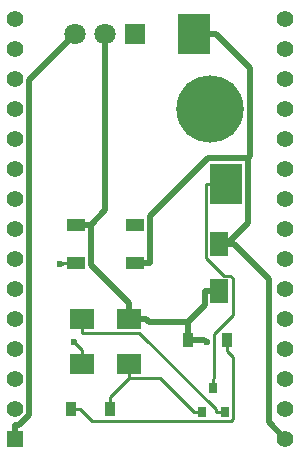
<source format=gtl>
G04 #@! TF.FileFunction,Copper,L1,Top,Signal*
%FSLAX46Y46*%
G04 Gerber Fmt 4.6, Leading zero omitted, Abs format (unit mm)*
G04 Created by KiCad (PCBNEW 4.0.7) date 03/30/18 23:46:17*
%MOMM*%
%LPD*%
G01*
G04 APERTURE LIST*
%ADD10C,0.100000*%
%ADD11R,0.900000X1.200000*%
%ADD12R,2.700000X3.500000*%
%ADD13C,5.700000*%
%ADD14R,1.600000X1.000000*%
%ADD15R,0.800000X0.900000*%
%ADD16R,2.000000X1.700000*%
%ADD17R,1.397000X1.397000*%
%ADD18C,1.397000*%
%ADD19R,1.800000X1.800000*%
%ADD20C,1.800000*%
%ADD21R,1.600000X2.000000*%
%ADD22C,0.600000*%
%ADD23C,0.250000*%
%ADD24C,0.500000*%
G04 APERTURE END LIST*
D10*
D11*
X141860000Y-137160000D03*
X145160000Y-137160000D03*
X151766000Y-131318000D03*
X155066000Y-131318000D03*
D12*
X152320000Y-105410000D03*
X155020000Y-118110000D03*
D13*
X153670000Y-111760000D03*
D14*
X142280000Y-121590000D03*
X142280000Y-124790000D03*
X147280000Y-121590000D03*
X147280000Y-124790000D03*
D15*
X152974000Y-137398000D03*
X154874000Y-137398000D03*
X153924000Y-135398000D03*
D16*
X142780000Y-133350000D03*
X146780000Y-133350000D03*
X142780000Y-129540000D03*
X146780000Y-129540000D03*
D17*
X137160000Y-139700000D03*
D18*
X137160000Y-137160000D03*
X137160000Y-134620000D03*
X137160000Y-132080000D03*
X137160000Y-129540000D03*
X137160000Y-127000000D03*
X137160000Y-124460000D03*
X137160000Y-121920000D03*
X137160000Y-119380000D03*
X137160000Y-116840000D03*
X137160000Y-114300000D03*
X137160000Y-111760000D03*
X137160000Y-109220000D03*
X137160000Y-106680000D03*
X137160000Y-104140000D03*
X160020000Y-104140000D03*
X160020000Y-106680000D03*
X160020000Y-109220000D03*
X160020000Y-111760000D03*
X160020000Y-114300000D03*
X160020000Y-116840000D03*
X160020000Y-119380000D03*
X160020000Y-121920000D03*
X160020000Y-124460000D03*
X160020000Y-127000000D03*
X160020000Y-129540000D03*
X160020000Y-132080000D03*
X160020000Y-134620000D03*
X160020000Y-137160000D03*
X160020000Y-139700000D03*
D19*
X147320000Y-105410000D03*
D20*
X144780000Y-105410000D03*
X142240000Y-105410000D03*
D21*
X154432000Y-123222000D03*
X154432000Y-127222000D03*
D22*
X153342700Y-131514200D03*
X140976700Y-124865900D03*
X142155400Y-131535800D03*
D23*
X143648700Y-138173400D02*
X142635300Y-137160000D01*
X155418900Y-138173400D02*
X143648700Y-138173400D01*
X155599400Y-137992900D02*
X155418900Y-138173400D01*
X155599400Y-132776700D02*
X155599400Y-137992900D01*
X155066000Y-132243300D02*
X155599400Y-132776700D01*
X155066000Y-131318000D02*
X155066000Y-132243300D01*
X141860000Y-137160000D02*
X142635300Y-137160000D01*
X145160000Y-136145300D02*
X145160000Y-137160000D01*
X146780000Y-134525300D02*
X145160000Y-136145300D01*
X146780000Y-133350000D02*
X146780000Y-134525300D01*
X149376000Y-134525300D02*
X146780000Y-134525300D01*
X152248700Y-137398000D02*
X149376000Y-134525300D01*
X152974000Y-137398000D02*
X152248700Y-137398000D01*
D24*
X142280000Y-121590000D02*
X143530300Y-121590000D01*
X143530300Y-124990000D02*
X143530300Y-121590000D01*
X146780000Y-128239700D02*
X143530300Y-124990000D01*
X146780000Y-129540000D02*
X146780000Y-128239700D01*
X144780000Y-120340300D02*
X143530300Y-121590000D01*
X144780000Y-105410000D02*
X144780000Y-120340300D01*
X146780000Y-129540000D02*
X148230300Y-129540000D01*
X153181700Y-128354500D02*
X151766000Y-129770200D01*
X153181700Y-127222000D02*
X153181700Y-128354500D01*
X151766000Y-130267700D02*
X151766000Y-129770200D01*
X148460500Y-129770200D02*
X148230300Y-129540000D01*
X151766000Y-129770200D02*
X148460500Y-129770200D01*
X154432000Y-127222000D02*
X153181700Y-127222000D01*
X151766000Y-130792800D02*
X151766000Y-130267700D01*
X151766000Y-131318000D02*
X151766000Y-130792800D01*
X153146500Y-131318000D02*
X153342700Y-131514200D01*
X151766000Y-131318000D02*
X153146500Y-131318000D01*
X158628900Y-138308900D02*
X160020000Y-139700000D01*
X158628900Y-126168600D02*
X158628900Y-138308900D01*
X155682300Y-123222000D02*
X158628900Y-126168600D01*
X154432000Y-123222000D02*
X155057200Y-123222000D01*
X155057200Y-123222000D02*
X155682300Y-123222000D01*
X152320000Y-105410000D02*
X154120300Y-105410000D01*
X147280000Y-124790000D02*
X148530300Y-124790000D01*
X148530300Y-120843100D02*
X148530300Y-124790000D01*
X153469800Y-115903600D02*
X148530300Y-120843100D01*
X156877100Y-115903600D02*
X153469800Y-115903600D01*
X156877100Y-121402100D02*
X156877100Y-115903600D01*
X155057200Y-123222000D02*
X156877100Y-121402100D01*
X156998400Y-108288100D02*
X154120300Y-105410000D01*
X156998400Y-115782300D02*
X156998400Y-108288100D01*
X156877100Y-115903600D02*
X156998400Y-115782300D01*
D23*
X153924000Y-135398000D02*
X153924000Y-134622700D01*
X155020000Y-118110000D02*
X153344700Y-118110000D01*
X153293500Y-118161200D02*
X153344700Y-118110000D01*
X153293500Y-124386700D02*
X153293500Y-118161200D01*
X154803400Y-125896600D02*
X153293500Y-124386700D01*
X155366700Y-125896600D02*
X154803400Y-125896600D01*
X155557400Y-126087300D02*
X155366700Y-125896600D01*
X155557400Y-129244800D02*
X155557400Y-126087300D01*
X153968000Y-130834200D02*
X155557400Y-129244800D01*
X153968000Y-134578700D02*
X153968000Y-130834200D01*
X153924000Y-134622700D02*
X153968000Y-134578700D01*
X142280000Y-124790000D02*
X141154700Y-124790000D01*
X141078800Y-124865900D02*
X141154700Y-124790000D01*
X140976700Y-124865900D02*
X141078800Y-124865900D01*
X154148700Y-137216700D02*
X154148700Y-137398000D01*
X147647300Y-130715300D02*
X154148700Y-137216700D01*
X142780000Y-130715300D02*
X147647300Y-130715300D01*
X142780000Y-129540000D02*
X142780000Y-130715300D01*
X154874000Y-137398000D02*
X154148700Y-137398000D01*
X142780000Y-132160400D02*
X142780000Y-133350000D01*
X142155400Y-131535800D02*
X142780000Y-132160400D01*
D24*
X137447300Y-138551200D02*
X137160000Y-138551200D01*
X138308800Y-137689700D02*
X137447300Y-138551200D01*
X138308800Y-109341200D02*
X138308800Y-137689700D01*
X142240000Y-105410000D02*
X138308800Y-109341200D01*
X137160000Y-139700000D02*
X137160000Y-138551200D01*
M02*

</source>
